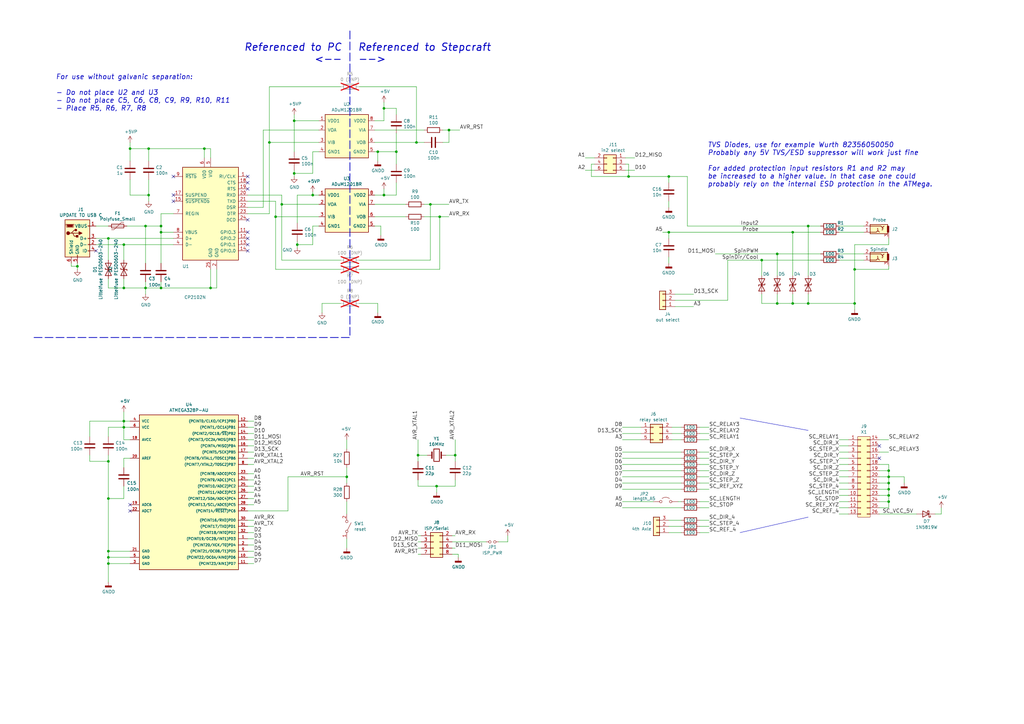
<source format=kicad_sch>
(kicad_sch (version 20231120) (generator "eeschema") (generator_version "8.0")
  (paper "A3")
  (title_block (title "Stepcraft GRBL controller") (date "2024-11-19") (rev "3"))
  (junction (at 364.49 205.74))
  (junction (at 50.8 175.26))
  (junction (at 274.32 72.39))
  (junction (at 364.49 195.58))
  (junction (at 157.48 44.45))
  (junction (at 113.03 88.9))
  (junction (at 154.94 62.23))
  (junction (at 59.69 118.11))
  (junction (at 364.49 203.2))
  (junction (at 120.65 71.12))
  (junction (at 31.75 109.22))
  (junction (at 44.45 97.79))
  (junction (at 325.12 124.46))
  (junction (at 115.57 83.82))
  (junction (at 128.27 80.01))
  (junction (at 66.04 118.11))
  (junction (at 44.45 231.14))
  (junction (at 86.36 118.11))
  (junction (at 350.52 110.49))
  (junction (at 44.45 204.47))
  (junction (at 50.8 172.72))
  (junction (at 274.32 95.25))
  (junction (at 53.34 60.96))
  (junction (at 312.42 106.68))
  (junction (at 176.53 83.82))
  (junction (at 110.49 58.42))
  (junction (at 50.8 100.33))
  (junction (at 318.77 104.14))
  (junction (at 325.12 95.25))
  (junction (at 170.815 58.42))
  (junction (at 331.47 92.71))
  (junction (at 162.56 62.23))
  (junction (at 180.34 88.9))
  (junction (at 120.65 49.53))
  (junction (at 257.81 72.39))
  (junction (at 364.49 198.12))
  (junction (at 66.04 92.71))
  (junction (at 318.77 124.46))
  (junction (at 186.69 186.69))
  (junction (at 184.15 53.34))
  (junction (at 50.8 118.11))
  (junction (at 350.52 124.46))
  (junction (at 331.47 124.46))
  (junction (at 44.45 228.6))
  (junction (at 157.48 80.01))
  (junction (at 66.04 95.25))
  (junction (at 59.69 92.71))
  (junction (at 60.96 60.96))
  (junction (at 171.45 186.69))
  (junction (at 60.96 80.01))
  (junction (at 83.82 60.96))
  (junction (at 364.49 200.66))
  (junction (at 44.45 189.23))
  (junction (at 121.92 100.33))
  (junction (at 364.49 193.04))
  (junction (at 142.24 195.58))
  (junction (at 44.45 226.06))
  (junction (at 179.07 199.39))
  (no_connect (at 39.37 102.87))
  (no_connect (at 71.12 72.39))
  (no_connect (at 101.6 102.87))
  (no_connect (at 53.34 207.01))
  (no_connect (at 101.6 77.47))
  (no_connect (at 360.68 187.96))
  (no_connect (at 101.6 97.79))
  (no_connect (at 101.6 74.93))
  (no_connect (at 101.6 72.39))
  (no_connect (at 53.34 209.55))
  (no_connect (at 71.12 80.01))
  (no_connect (at 101.6 90.17))
  (no_connect (at 71.12 82.55))
  (no_connect (at 101.6 100.33))
  (no_connect (at 101.6 95.25))
  (no_connect (at 360.68 182.88))
  (wire (pts (xy 185.42 227.33) (xy 187.96 227.33)))
  (wire (pts (xy 281.94 72.39) (xy 274.32 72.39)))
  (wire (pts (xy 50.8 100.33) (xy 71.12 100.33)))
  (wire (pts (xy 171.45 186.69) (xy 175.26 186.69)))
  (wire (pts (xy 44.45 106.68) (xy 44.45 97.79)))
  (wire (pts (xy 180.34 110.49) (xy 180.34 88.9)))
  (wire (pts (xy 364.49 195.58) (xy 364.49 198.12)))
  (wire (pts (xy 274.32 72.39) (xy 257.81 72.39)))
  (wire (pts (xy 274.32 107.95) (xy 274.32 105.41)))
  (wire (pts (xy 113.03 110.49) (xy 139.7 110.49)))
  (wire (pts (xy 275.59 180.34) (xy 279.4 180.34)))
  (wire (pts (xy 39.37 97.79) (xy 44.45 97.79)))
  (wire (pts (xy 243.84 64.77) (xy 240.03 64.77)))
  (wire (pts (xy 157.48 44.45) (xy 162.56 44.45)))
  (wire (pts (xy 364.49 193.04) (xy 364.49 195.58)))
  (wire (pts (xy 364.49 203.2) (xy 360.68 203.2)))
  (wire (pts (xy 86.36 118.11) (xy 88.9 118.11)))
  (wire (pts (xy 44.45 97.79) (xy 71.12 97.79)))
  (wire (pts (xy 115.57 80.01) (xy 115.57 83.82)))
  (wire (pts (xy 256.54 67.31) (xy 257.81 67.31)))
  (wire (pts (xy 154.94 66.04) (xy 154.94 62.23)))
  (wire (pts (xy 350.52 124.46) (xy 331.47 124.46)))
  (wire (pts (xy 255.27 195.58) (xy 279.4 195.58)))
  (wire (pts (xy 121.92 100.33) (xy 121.92 101.6)))
  (wire (pts (xy 364.49 195.58) (xy 370.84 195.58)))
  (wire (pts (xy 279.4 187.96) (xy 255.27 187.96)))
  (wire (pts (xy 60.96 73.66) (xy 60.96 80.01)))
  (wire (pts (xy 318.77 124.46) (xy 318.77 120.65)))
  (wire (pts (xy 113.03 88.9) (xy 113.03 110.49)))
  (wire (pts (xy 154.94 124.46) (xy 154.94 128.27)))
  (wire (pts (xy 142.24 184.15) (xy 142.24 180.34)))
  (wire (pts (xy 59.69 107.95) (xy 59.69 92.71)))
  (wire (pts (xy 53.34 58.42) (xy 53.34 60.96)))
  (wire (pts (xy 44.45 114.3) (xy 44.45 118.11)))
  (wire (pts (xy 157.48 80.01) (xy 157.48 77.47)))
  (wire (pts (xy 83.82 60.96) (xy 86.36 60.96)))
  (wire (pts (xy 170.815 35.56) (xy 147.32 35.56)))
  (wire (pts (xy 255.27 180.34) (xy 262.89 180.34)))
  (wire (pts (xy 344.17 198.12) (xy 347.98 198.12)))
  (wire (pts (xy 312.42 113.03) (xy 312.42 106.68)))
  (wire (pts (xy 104.14 175.26) (xy 101.6 175.26)))
  (wire (pts (xy 157.48 44.45) (xy 157.48 49.53)))
  (wire (pts (xy 121.92 80.01) (xy 128.27 80.01)))
  (wire (pts (xy 44.45 228.6) (xy 44.45 231.14)))
  (wire (pts (xy 350.52 110.49) (xy 350.52 124.46)))
  (wire (pts (xy 104.14 196.85) (xy 101.6 196.85)))
  (wire (pts (xy 86.36 110.49) (xy 86.36 118.11)))
  (wire (pts (xy 44.45 175.26) (xy 50.8 175.26)))
  (wire (pts (xy 370.84 195.58) (xy 370.84 198.12)))
  (wire (pts (xy 39.37 100.33) (xy 50.8 100.33)))
  (polyline (pts (xy 13.97 138.43) (xy 143.51 138.43)) (stroke (width 0.3) (type dash)))
  (wire (pts (xy 44.45 231.14) (xy 53.34 231.14)))
  (wire (pts (xy 162.56 54.61) (xy 162.56 62.23)))
  (wire (pts (xy 59.69 92.71) (xy 66.04 92.71)))
  (wire (pts (xy 113.03 82.55) (xy 113.03 88.9)))
  (wire (pts (xy 298.45 123.19) (xy 276.86 123.19)))
  (wire (pts (xy 279.4 198.12) (xy 255.27 198.12)))
  (wire (pts (xy 44.45 204.47) (xy 44.45 226.06)))
  (wire (pts (xy 312.42 124.46) (xy 312.42 120.65)))
  (wire (pts (xy 130.81 83.82) (xy 115.57 83.82)))
  (wire (pts (xy 171.45 196.85) (xy 171.45 199.39)))
  (wire (pts (xy 383.54 210.82) (xy 386.08 210.82)))
  (wire (pts (xy 153.67 62.23) (xy 154.94 62.23)))
  (wire (pts (xy 186.69 186.69) (xy 186.69 189.23)))
  (wire (pts (xy 104.14 194.31) (xy 101.6 194.31)))
  (wire (pts (xy 364.49 205.74) (xy 364.49 208.28)))
  (wire (pts (xy 104.14 201.93) (xy 101.6 201.93)))
  (wire (pts (xy 71.12 95.25) (xy 66.04 95.25)))
  (wire (pts (xy 36.83 172.72) (xy 50.8 172.72)))
  (wire (pts (xy 104.14 185.42) (xy 101.6 185.42)))
  (wire (pts (xy 104.14 187.96) (xy 101.6 187.96)))
  (wire (pts (xy 157.48 80.01) (xy 162.56 80.01)))
  (wire (pts (xy 153.67 58.42) (xy 170.815 58.42)))
  (wire (pts (xy 104.14 199.39) (xy 101.6 199.39)))
  (wire (pts (xy 113.03 88.9) (xy 130.81 88.9)))
  (wire (pts (xy 104.14 180.34) (xy 101.6 180.34)))
  (wire (pts (xy 360.68 195.58) (xy 364.49 195.58)))
  (wire (pts (xy 29.21 109.22) (xy 31.75 109.22)))
  (wire (pts (xy 153.67 88.9) (xy 166.37 88.9)))
  (wire (pts (xy 132.08 128.27) (xy 132.08 124.46)))
  (wire (pts (xy 128.27 100.33) (xy 121.92 100.33)))
  (wire (pts (xy 104.14 213.36) (xy 101.6 213.36)))
  (wire (pts (xy 60.96 60.96) (xy 83.82 60.96)))
  (wire (pts (xy 120.65 71.12) (xy 120.65 72.39)))
  (wire (pts (xy 290.83 187.96) (xy 287.02 187.96)))
  (wire (pts (xy 157.48 41.91) (xy 157.48 44.45)))
  (wire (pts (xy 354.33 104.14) (xy 344.17 104.14)))
  (wire (pts (xy 104.14 231.14) (xy 101.6 231.14)))
  (wire (pts (xy 255.27 190.5) (xy 279.4 190.5)))
  (wire (pts (xy 142.24 205.74) (xy 142.24 210.82)))
  (wire (pts (xy 104.14 190.5) (xy 101.6 190.5)))
  (wire (pts (xy 176.53 83.82) (xy 184.15 83.82)))
  (wire (pts (xy 50.8 191.77) (xy 50.8 187.96)))
  (wire (pts (xy 115.57 83.82) (xy 115.57 106.68)))
  (wire (pts (xy 364.49 200.66) (xy 360.68 200.66)))
  (wire (pts (xy 290.83 175.26) (xy 287.02 175.26)))
  (wire (pts (xy 281.94 92.71) (xy 281.94 72.39)))
  (wire (pts (xy 331.47 113.03) (xy 331.47 92.71)))
  (wire (pts (xy 276.86 120.65) (xy 284.48 120.65)))
  (wire (pts (xy 44.45 118.11) (xy 50.8 118.11)))
  (wire (pts (xy 364.49 190.5) (xy 364.49 193.04)))
  (wire (pts (xy 364.49 190.5) (xy 360.68 190.5)))
  (wire (pts (xy 331.47 120.65) (xy 331.47 124.46)))
  (wire (pts (xy 101.6 82.55) (xy 113.03 82.55)))
  (wire (pts (xy 120.65 46.99) (xy 120.65 49.53)))
  (wire (pts (xy 128.27 80.01) (xy 128.27 78.74)))
  (wire (pts (xy 354.33 92.71) (xy 344.17 92.71)))
  (wire (pts (xy 279.4 208.28) (xy 255.27 208.28)))
  (wire (pts (xy 88.9 118.11) (xy 88.9 110.49)))
  (wire (pts (xy 120.65 49.53) (xy 130.81 49.53)))
  (wire (pts (xy 115.57 80.01) (xy 101.6 80.01)))
  (wire (pts (xy 104.14 207.01) (xy 101.6 207.01)))
  (wire (pts (xy 153.67 83.82) (xy 166.37 83.82)))
  (wire (pts (xy 50.8 187.96) (xy 53.34 187.96)))
  (wire (pts (xy 107.95 85.09) (xy 107.95 53.34)))
  (wire (pts (xy 50.8 114.3) (xy 50.8 118.11)))
  (wire (pts (xy 336.55 95.25) (xy 325.12 95.25)))
  (wire (pts (xy 290.83 208.28) (xy 287.02 208.28)))
  (wire (pts (xy 157.48 49.53) (xy 153.67 49.53)))
  (wire (pts (xy 279.4 215.9) (xy 274.32 215.9)))
  (wire (pts (xy 31.75 107.95) (xy 31.75 109.22)))
  (wire (pts (xy 121.92 99.06) (xy 121.92 100.33)))
  (wire (pts (xy 187.96 227.33) (xy 187.96 228.6)))
  (wire (pts (xy 274.32 95.25) (xy 274.32 97.79)))
  (wire (pts (xy 104.14 172.72) (xy 101.6 172.72)))
  (wire (pts (xy 110.49 58.42) (xy 130.81 58.42)))
  (wire (pts (xy 275.59 177.8) (xy 279.4 177.8)))
  (wire (pts (xy 336.55 106.68) (xy 312.42 106.68)))
  (wire (pts (xy 66.04 95.25) (xy 66.04 107.95)))
  (wire (pts (xy 364.49 203.2) (xy 364.49 205.74)))
  (wire (pts (xy 132.08 124.46) (xy 139.7 124.46)))
  (wire (pts (xy 204.47 222.25) (xy 208.28 222.25)))
  (wire (pts (xy 350.52 110.49) (xy 364.49 110.49)))
  (wire (pts (xy 44.45 231.14) (xy 44.45 238.76)))
  (wire (pts (xy 243.84 67.31) (xy 242.57 67.31)))
  (wire (pts (xy 354.33 106.68) (xy 344.17 106.68)))
  (wire (pts (xy 60.96 66.04) (xy 60.96 60.96)))
  (wire (pts (xy 162.56 46.99) (xy 162.56 44.45)))
  (wire (pts (xy 66.04 118.11) (xy 86.36 118.11)))
  (polyline (pts (xy 303.53 218.44) (xy 331.47 212.09)))
  (wire (pts (xy 344.17 200.66) (xy 347.98 200.66)))
  (wire (pts (xy 208.28 222.25) (xy 208.28 219.71)))
  (wire (pts (xy 104.14 204.47) (xy 101.6 204.47)))
  (wire (pts (xy 60.96 80.01) (xy 60.96 82.55)))
  (wire (pts (xy 104.14 226.06) (xy 101.6 226.06)))
  (wire (pts (xy 298.45 106.68) (xy 298.45 123.19)))
  (wire (pts (xy 50.8 175.26) (xy 53.34 175.26)))
  (wire (pts (xy 110.49 58.42) (xy 110.49 87.63)))
  (wire (pts (xy 290.83 198.12) (xy 287.02 198.12)))
  (wire (pts (xy 59.69 115.57) (xy 59.69 118.11)))
  (wire (pts (xy 156.21 96.52) (xy 156.21 92.71)))
  (wire (pts (xy 176.53 106.68) (xy 176.53 83.82)))
  (wire (pts (xy 128.27 92.71) (xy 130.81 92.71)))
  (wire (pts (xy 243.84 69.85) (xy 240.03 69.85)))
  (wire (pts (xy 344.17 190.5) (xy 347.98 190.5)))
  (wire (pts (xy 120.65 49.53) (xy 120.65 62.23)))
  (wire (pts (xy 184.15 53.34) (xy 184.15 58.42)))
  (wire (pts (xy 147.32 124.46) (xy 154.94 124.46)))
  (wire (pts (xy 290.83 215.9) (xy 287.02 215.9)))
  (wire (pts (xy 318.77 104.14) (xy 293.37 104.14)))
  (wire (pts (xy 242.57 72.39) (xy 242.57 67.31)))
  (wire (pts (xy 290.83 213.36) (xy 287.02 213.36)))
  (wire (pts (xy 104.14 228.6) (xy 101.6 228.6)))
  (wire (pts (xy 171.45 199.39) (xy 179.07 199.39)))
  (wire (pts (xy 274.32 85.09) (xy 274.32 82.55)))
  (wire (pts (xy 120.65 69.85) (xy 120.65 71.12)))
  (wire (pts (xy 104.14 215.9) (xy 101.6 215.9)))
  (wire (pts (xy 153.67 53.34) (xy 173.99 53.34)))
  (wire (pts (xy 290.83 180.34) (xy 287.02 180.34)))
  (wire (pts (xy 179.07 199.39) (xy 186.69 199.39)))
  (polyline (pts (xy 303.53 171.45) (xy 331.47 176.53)))
  (wire (pts (xy 344.17 193.04) (xy 347.98 193.04)))
  (wire (pts (xy 255.27 177.8) (xy 262.89 177.8)))
  (wire (pts (xy 336.55 104.14) (xy 318.77 104.14)))
  (wire (pts (xy 44.45 186.69) (xy 44.45 189.23)))
  (wire (pts (xy 83.82 64.77) (xy 83.82 60.96)))
  (wire (pts (xy 156.21 92.71) (xy 153.67 92.71)))
  (wire (pts (xy 290.83 190.5) (xy 287.02 190.5)))
  (wire (pts (xy 71.12 87.63) (xy 66.04 87.63)))
  (wire (pts (xy 162.56 62.23) (xy 162.56 67.31)))
  (wire (pts (xy 312.42 106.68) (xy 298.45 106.68)))
  (wire (pts (xy 66.04 118.11) (xy 66.04 115.57)))
  (wire (pts (xy 290.83 195.58) (xy 287.02 195.58)))
  (wire (pts (xy 274.32 95.25) (xy 271.78 95.25)))
  (wire (pts (xy 53.34 60.96) (xy 53.34 66.04)))
  (wire (pts (xy 325.12 113.03) (xy 325.12 95.25)))
  (wire (pts (xy 44.45 226.06) (xy 44.45 228.6)))
  (wire (pts (xy 186.69 199.39) (xy 186.69 196.85)))
  (wire (pts (xy 284.48 125.73) (xy 276.86 125.73)))
  (wire (pts (xy 344.17 95.25) (xy 354.33 95.25)))
  (wire (pts (xy 128.27 71.12) (xy 128.27 62.23)))
  (wire (pts (xy 59.69 118.11) (xy 59.69 120.65)))
  (wire (pts (xy 256.54 64.77) (xy 260.35 64.77)))
  (wire (pts (xy 344.17 205.74) (xy 347.98 205.74)))
  (wire (pts (xy 171.45 224.79) (xy 172.72 224.79)))
  (wire (pts (xy 180.34 88.9) (xy 184.15 88.9)))
  (wire (pts (xy 66.04 87.63) (xy 66.04 92.71)))
  (wire (pts (xy 36.83 189.23) (xy 44.45 189.23)))
  (wire (pts (xy 128.27 92.71) (xy 128.27 100.33)))
  (wire (pts (xy 274.32 218.44) (xy 279.4 218.44)))
  (wire (pts (xy 44.45 175.26) (xy 44.45 179.07)))
  (wire (pts (xy 278.13 205.74) (xy 279.4 205.74)))
  (wire (pts (xy 110.49 35.56) (xy 110.49 58.42)))
  (wire (pts (xy 44.45 228.6) (xy 53.34 228.6)))
  (wire (pts (xy 364.49 110.49) (xy 364.49 109.22)))
  (wire (pts (xy 182.88 186.69) (xy 186.69 186.69)))
  (wire (pts (xy 350.52 124.46) (xy 350.52 127)))
  (wire (pts (xy 104.14 223.52) (xy 101.6 223.52)))
  (wire (pts (xy 350.52 100.33) (xy 350.52 110.49)))
  (polyline (pts (xy 143.51 12.7) (xy 143.51 138.43)) (stroke (width 0.3) (type dash)))
  (wire (pts (xy 44.45 204.47) (xy 50.8 204.47)))
  (wire (pts (xy 331.47 124.46) (xy 325.12 124.46)))
  (wire (pts (xy 50.8 168.91) (xy 50.8 172.72)))
  (wire (pts (xy 170.815 58.42) (xy 170.815 35.56)))
  (wire (pts (xy 104.14 182.88) (xy 101.6 182.88)))
  (wire (pts (xy 257.81 72.39) (xy 242.57 72.39)))
  (wire (pts (xy 344.17 185.42) (xy 347.98 185.42)))
  (wire (pts (xy 142.24 220.98) (xy 142.24 224.79)))
  (wire (pts (xy 50.8 172.72) (xy 53.34 172.72)))
  (wire (pts (xy 364.49 180.34) (xy 360.68 180.34)))
  (wire (pts (xy 185.42 219.71) (xy 186.69 219.71)))
  (wire (pts (xy 318.77 113.03) (xy 318.77 104.14)))
  (wire (pts (xy 290.83 193.04) (xy 287.02 193.04)))
  (wire (pts (xy 50.8 172.72) (xy 50.8 175.26)))
  (wire (pts (xy 36.83 172.72) (xy 36.83 179.07)))
  (wire (pts (xy 86.36 60.96) (xy 86.36 64.77)))
  (wire (pts (xy 318.77 124.46) (xy 312.42 124.46)))
  (wire (pts (xy 364.49 185.42) (xy 360.68 185.42)))
  (wire (pts (xy 173.99 88.9) (xy 180.34 88.9)))
  (wire (pts (xy 325.12 124.46) (xy 318.77 124.46)))
  (wire (pts (xy 290.83 177.8) (xy 287.02 177.8)))
  (wire (pts (xy 50.8 106.68) (xy 50.8 100.33)))
  (wire (pts (xy 162.56 80.01) (xy 162.56 74.93)))
  (wire (pts (xy 104.14 218.44) (xy 101.6 218.44)))
  (wire (pts (xy 171.45 222.25) (xy 172.72 222.25)))
  (wire (pts (xy 66.04 92.71) (xy 66.04 95.25)))
  (wire (pts (xy 50.8 118.11) (xy 59.69 118.11)))
  (wire (pts (xy 344.17 203.2) (xy 347.98 203.2)))
  (wire (pts (xy 290.83 205.74) (xy 287.02 205.74)))
  (wire (pts (xy 344.17 208.28) (xy 347.98 208.28)))
  (wire (pts (xy 107.95 53.34) (xy 130.81 53.34)))
  (wire (pts (xy 186.69 180.34) (xy 186.69 186.69)))
  (wire (pts (xy 120.65 71.12) (xy 128.27 71.12)))
  (wire (pts (xy 364.49 100.33) (xy 350.52 100.33)))
  (wire (pts (xy 364.49 205.74) (xy 360.68 205.74)))
  (wire (pts (xy 110.49 87.63) (xy 101.6 87.63)))
  (wire (pts (xy 386.08 210.82) (xy 386.08 208.28)))
  (wire (pts (xy 53.34 80.01) (xy 53.34 73.66)))
  (wire (pts (xy 344.17 182.88) (xy 347.98 182.88)))
  (wire (pts (xy 255.27 185.42) (xy 279.4 185.42)))
  (wire (pts (xy 364.49 198.12) (xy 360.68 198.12)))
  (wire (pts (xy 59.69 118.11) (xy 66.04 118.11)))
  (wire (pts (xy 364.49 198.12) (xy 364.49 200.66)))
  (wire (pts (xy 171.45 180.34) (xy 171.45 186.69)))
  (wire (pts (xy 171.45 219.71) (xy 172.72 219.71)))
  (wire (pts (xy 170.815 58.42) (xy 173.99 58.42)))
  (wire (pts (xy 336.55 92.71) (xy 331.47 92.71)))
  (wire (pts (xy 52.07 92.71) (xy 59.69 92.71)))
  (wire (pts (xy 186.69 224.79) (xy 185.42 224.79)))
  (wire (pts (xy 36.83 186.69) (xy 36.83 189.23)))
  (wire (pts (xy 184.15 58.42) (xy 181.61 58.42)))
  (wire (pts (xy 360.68 193.04) (xy 364.49 193.04)))
  (wire (pts (xy 185.42 222.25) (xy 199.39 222.25)))
  (wire (pts (xy 50.8 180.34) (xy 53.34 180.34)))
  (wire (pts (xy 290.83 185.42) (xy 287.02 185.42)))
  (wire (pts (xy 101.6 209.55) (xy 118.11 209.55)))
  (wire (pts (xy 142.24 191.77) (xy 142.24 195.58)))
  (wire (pts (xy 364.49 208.28) (xy 360.68 208.28)))
  (wire (pts (xy 104.14 220.98) (xy 101.6 220.98)))
  (wire (pts (xy 142.24 195.58) (xy 142.24 198.12)))
  (wire (pts (xy 115.57 106.68) (xy 139.7 106.68)))
  (wire (pts (xy 255.27 175.26) (xy 262.89 175.26)))
  (wire (pts (xy 255.27 205.74) (xy 267.97 205.74)))
  (wire (pts (xy 279.4 200.66) (xy 255.27 200.66)))
  (wire (pts (xy 101.6 85.09) (xy 107.95 85.09)))
  (wire (pts (xy 154.94 62.23) (xy 162.56 62.23)))
  (wire (pts (xy 60.96 80.01) (xy 53.34 80.01)))
  (wire (pts (xy 274.32 74.93) (xy 274.32 72.39)))
  (wire (pts (xy 344.17 180.34) (xy 347.98 180.34)))
  (wire (pts (xy 344.17 187.96) (xy 347.98 187.96)))
  (wire (pts (xy 360.68 210.82) (xy 375.92 210.82)))
  (wire (pts (xy 290.83 218.44) (xy 287.02 218.44)))
  (wire (pts (xy 44.45 226.06) (xy 53.34 226.06)))
  (wire (pts (xy 118.11 195.58) (xy 142.24 195.58)))
  (wire (pts (xy 31.75 109.22) (xy 31.75 110.49)))
  (wire (pts (xy 279.4 193.04) (xy 255.27 193.04)))
  (wire (pts (xy 104.14 177.8) (xy 101.6 177.8)))
  (wire (pts (xy 364.49 200.66) (xy 364.49 203.2)))
  (wire (pts (xy 50.8 204.47) (xy 50.8 199.39)))
  (wire (pts (xy 39.37 92.71) (xy 44.45 92.71)))
  (wire (pts (xy 153.67 80.01) (xy 157.48 80.01)))
  (wire (pts (xy 344.17 210.82) (xy 347.98 210.82)))
  (wire (pts (xy 325.12 95.25) (xy 274.32 95.25)))
  (wire (pts (xy 256.54 69.85) (xy 260.35 69.85)))
  (wire (pts (xy 364.49 97.79) (xy 364.49 100.33)))
  (wire (pts (xy 50.8 175.26) (xy 50.8 180.34)))
  (wire (pts (xy 173.99 83.82) (xy 176.53 83.82)))
  (wire (pts (xy 29.21 107.95) (xy 29.21 109.22)))
  (wire (pts (xy 179.07 199.39) (xy 179.07 201.93)))
  (wire (pts (xy 118.11 209.55) (xy 118.11 195.58)))
  (wire (pts (xy 171.45 186.69) (xy 171.45 189.23)))
  (wire (pts (xy 180.34 110.49) (xy 147.32 110.49)))
  (wire (pts (xy 331.47 92.71) (xy 281.94 92.71)))
  (wire (pts (xy 121.92 80.01) (xy 121.92 91.44)))
  (wire (pts (xy 128.27 62.23) (xy 130.81 62.23)))
  (wire (pts (xy 147.32 106.68) (xy 176.53 106.68)))
  (wire (pts (xy 181.61 53.34) (xy 184.15 53.34)))
  (wire (pts (xy 44.45 189.23) (xy 44.45 204.47)))
  (wire (pts (xy 128.27 80.01) (xy 130.81 80.01)))
  (wire (pts (xy 184.15 53.34) (xy 188.595 53.34)))
  (wire (pts (xy 344.17 195.58) (xy 347.98 195.58)))
  (wire (pts (xy 171.45 227.33) (xy 172.72 227.33)))
  (wire (pts (xy 275.59 175.26) (xy 279.4 175.26)))
  (wire (pts (xy 325.12 124.46) (xy 325.12 120.65)))
  (wire (pts (xy 257.81 67.31) (xy 257.81 72.39)))
  (wire (pts (xy 290.83 200.66) (xy 287.02 200.66)))
  (wire (pts (xy 274.32 213.36) (xy 279.4 213.36)))
  (wire (pts (xy 139.7 35.56) (xy 110.49 35.56)))
  (wire (pts (xy 53.34 60.96) (xy 60.96 60.96)))
  (text "TVS Diodes, use for example Wurth 82356050050 \nProbably any 5V TVS/ESD suppressor will work just fine\n\nFor added protection input resistors R1 and R2 may\nbe increased to a higher value. In that case one could\nprobably rely on the internal ESD protection in the ATMega." (at 290.195 76.835 0) (effects (font (size 2 2) (thickness 0.25) (italic yes)) (justify left bottom)))
  (text "Referenced to Stepcraft\n-->" (at 146.685 17.78 0) (effects (font (size 3 3) (thickness 0.375) (italic yes)) (justify left top)))
  (text "Referenced to PC\n<--" (at 140.335 17.78 0) (effects (font (size 3 3) (thickness 0.375) (italic yes)) (justify right top)))
  (text "For use without galvanic separation:\n\n- Do not place U2 and U3 \n- Do not place C5, C6, C8, C9, R9, R10, R11\n- Place R5, R6, R7, R8 " (at 22.86 45.72 0) (effects (font (size 2 2) (thickness 0.25) (italic yes)) (justify left bottom)))
  (label "A5" (at 255.27 205.74 180) (effects (font (size 1.524 1.524))))
  (label "SC_REF_XYZ" (at 344.17 208.28 180) (effects (font (size 1.524 1.524))))
  (label "A3" (at 104.14 201.93 0) (effects (font (size 1.524 1.524))))
  (label "SC_STEP_Y" (at 344.17 190.5 180) (effects (font (size 1.524 1.524))))
  (label "SC_DIR_Y" (at 290.83 190.5 0) (effects (font (size 1.524 1.524))))
  (label "D12_MISO" (at 260.35 64.77 0) (effects (font (size 1.524 1.524))))
  (label "SC_STEP_4" (at 290.83 215.9 0) (effects (font (size 1.524 1.524))))
  (label "SC_STEP_Y" (at 290.83 193.04 0) (effects (font (size 1.524 1.524))))
  (label "D3" (at 104.14 220.98 0) (effects (font (size 1.524 1.524))))
  (label "D9" (at 255.27 200.66 180) (effects (font (size 1.524 1.524))))
  (label "SC_RELAY1" (at 344.17 180.34 180) (effects (font (size 1.524 1.524))))
  (label "SC_DIR_Y" (at 344.17 187.96 180) (effects (font (size 1.524 1.524))))
  (label "AVR_RST" (at 123.19 195.58 0) (effects (font (size 1.524 1.524))))
  (label "SC_LENGTH" (at 344.17 203.2 180) (effects (font (size 1.524 1.524))))
  (label "SpinPWM" (at 311.15 104.14 180) (effects (font (size 1.524 1.524))))
  (label "AVR_XTAL2" (at 186.69 180.34 90) (effects (font (size 1.524 1.524))))
  (label "A0" (at 104.14 194.31 0) (effects (font (size 1.524 1.524))))
  (label "SC_DIR_4" (at 290.83 213.36 0) (effects (font (size 1.524 1.524))))
  (label "D6" (at 104.14 228.6 0) (effects (font (size 1.524 1.524))))
  (label "D13_SCK" (at 171.45 224.79 180) (effects (font (size 1.524 1.524))))
  (label "AVR_XTAL1" (at 104.14 187.96 0) (effects (font (size 1.524 1.524))))
  (label "SpinDir/Cool" (at 311.15 106.68 180) (effects (font (size 1.524 1.524))))
  (label "SC_STEP_Z" (at 344.17 195.58 180) (effects (font (size 1.524 1.524))))
  (label "D11_MOSI" (at 104.14 180.34 0) (effects (font (size 1.524 1.524))))
  (label "D13_SCK" (at 104.14 185.42 0) (effects (font (size 1.524 1.524))))
  (label "D12_MISO" (at 104.14 182.88 0) (effects (font (size 1.524 1.524))))
  (label "A2" (at 104.14 199.39 0) (effects (font (size 1.524 1.524))))
  (label "SC_RELAY2" (at 290.83 177.8 0) (effects (font (size 1.524 1.524))))
  (label "SC_STEP_X" (at 344.17 185.42 180) (effects (font (size 1.524 1.524))))
  (label "D13_SCK" (at 284.48 120.65 0) (effects (font (size 1.524 1.524))))
  (label "AVR_TX" (at 184.15 83.82 0) (effects (font (size 1.524 1.524))))
  (label "D8" (at 104.14 172.72 0) (effects (font (size 1.524 1.524))))
  (label "D11_MOSI" (at 186.69 224.79 0) (effects (font (size 1.524 1.524))))
  (label "SC_STEP_X" (at 290.83 187.96 0) (effects (font (size 1.524 1.524))))
  (label "SC_LENGTH" (at 290.83 205.74 0) (effects (font (size 1.524 1.524))))
  (label "AVR_TX" (at 104.14 215.9 0) (effects (font (size 1.524 1.524))))
  (label "SC_STEP_4" (at 344.17 200.66 180) (effects (font (size 1.524 1.524))))
  (label "SC_RELAY2" (at 364.49 180.34 0) (effects (font (size 1.524 1.524))))
  (label "D8" (at 255.27 175.26 180) (effects (font (size 1.524 1.524))))
  (label "SC_DIR_X" (at 290.83 185.42 0) (effects (font (size 1.524 1.524))))
  (label "SC_VCC_5V" (at 361.95 210.82 0) (effects (font (size 1.524 1.524))))
  (label "AVR_RX" (at 184.15 88.9 0) (effects (font (size 1.524 1.524))))
  (label "D2" (at 255.27 187.96 180) (effects (font (size 1.524 1.524))))
  (label "D6" (at 255.27 190.5 180) (effects (font (size 1.524 1.524))))
  (label "A3" (at 255.27 180.34 180) (effects (font (size 1.524 1.524))))
  (label "AVR_XTAL1" (at 171.45 180.34 90) (effects (font (size 1.524 1.524))))
  (label "D12_MISO" (at 171.45 222.25 180) (effects (font (size 1.524 1.524))))
  (label "A4" (at 104.14 204.47 0) (effects (font (size 1.524 1.524))))
  (label "SC_DIR_Z" (at 344.17 193.04 180) (effects (font (size 1.524 1.524))))
  (label "D9" (at 104.14 175.26 0) (effects (font (size 1.524 1.524))))
  (label "SC_RELAY3" (at 290.83 175.26 0) (effects (font (size 1.524 1.524))))
  (label "AVR_RX" (at 104.14 213.36 0) (effects (font (size 1.524 1.524))))
  (label "SC_STOP" (at 344.17 205.74 180) (effects (font (size 1.524 1.524))))
  (label "SC_STEP_Z" (at 290.83 198.12 0) (effects (font (size 1.524 1.524))))
  (label "SC_REF_XYZ" (at 290.83 200.66 0) (effects (font (size 1.524 1.524))))
  (label "D10" (at 260.35 69.85 0) (effects (font (size 1.524 1.524))))
  (label "AVR_TX" (at 171.45 219.71 180) (effects (font (size 1.524 1.524))))
  (label "Probe" (at 311.15 95.25 180) (effects (font (size 1.524 1.524))))
  (label "AVR_XTAL2" (at 104.14 190.5 0) (effects (font (size 1.524 1.524))))
  (label "A2" (at 240.03 69.85 180) (effects (font (size 1.524 1.524))))
  (label "A3" (at 284.48 125.73 0) (effects (font (size 1.524 1.524))))
  (label "SC_DIR_X" (at 344.17 182.88 180) (effects (font (size 1.524 1.524))))
  (label "D5" (at 255.27 185.42 180) (effects (font (size 1.524 1.524))))
  (label "D7" (at 255.27 195.58 180) (effects (font (size 1.524 1.524))))
  (label "A1" (at 104.14 196.85 0) (effects (font (size 1.524 1.524))))
  (label "D3" (at 255.27 193.04 180) (effects (font (size 1.524 1.524))))
  (label "SC_DIR_4" (at 344.17 198.12 180) (effects (font (size 1.524 1.524))))
  (label "AVR_RX" (at 186.69 219.71 0) (effects (font (size 1.524 1.524))))
  (label "A5" (at 271.78 95.25 180) (effects (font (size 1.524 1.524))))
  (label "A0" (at 255.27 208.28 180) (effects (font (size 1.524 1.524))))
  (label "D4" (at 104.14 223.52 0) (effects (font (size 1.524 1.524))))
  (label "SC_DIR_Z" (at 290.83 195.58 0) (effects (font (size 1.524 1.524))))
  (label "SC_RELAY1" (at 290.83 180.34 0) (effects (font (size 1.524 1.524))))
  (label "SC_RELAY3" (at 364.49 185.42 0) (effects (font (size 1.524 1.524))))
  (label "AVR_RST" (at 188.595 53.34 0) (effects (font (size 1.524 1.524))))
  (label "D4" (at 255.27 198.12 180) (effects (font (size 1.524 1.524))))
  (label "AVR_RST" (at 171.45 227.33 180) (effects (font (size 1.524 1.524))))
  (label "Input2" (at 311.15 92.71 180) (effects (font (size 1.524 1.524))))
  (label "A5" (at 104.14 207.01 0) (effects (font (size 1.524 1.524))))
  (label "D13_SCK" (at 255.27 177.8 180) (effects (font (size 1.524 1.524))))
  (label "D11_MOSI" (at 293.37 104.14 180) (effects (font (size 1.524 1.524))))
  (label "A1" (at 240.03 64.77 180) (effects (font (size 1.524 1.524))))
  (label "D7" (at 104.14 231.14 0) (effects (font (size 1.524 1.524))))
  (label "D5" (at 104.14 226.06 0) (effects (font (size 1.524 1.524))))
  (label "SC_REF_4" (at 344.17 210.82 180) (effects (font (size 1.524 1.524))))
  (label "SC_REF_4" (at 290.83 218.44 0) (effects (font (size 1.524 1.524))))
  (label "SC_STOP" (at 290.83 208.28 0) (effects (font (size 1.524 1.524))))
  (label "D10" (at 104.14 177.8 0) (effects (font (size 1.524 1.524))))
  (label "D2" (at 104.14 218.44 0) (effects (font (size 1.524 1.524))))
  (symbol (lib_id "stepcraft_controller:ADuM1201BR") (at 142.24 86.36 0) (unit 1)
    (property "Reference" "U3" (at 142.24 73.2282 0))
    (property "Value" "ADuM1201BR" (at 142.24 75.5396 0))
    (property "Footprint" "Package_SO:SOIC-8_3.9x4.9mm_P1.27mm" (effects (hide yes)))
    (property "LCSC#" " C579376" (effects (hide yes)))
    (property "Manuf" "Analog" (effects (hide yes)))
    (property "PartNr" "ADUM1201BRZ" (effects (hide yes)))
  )
  (symbol (lib_id "stepcraft_controller:ATMEGA328P-AU") (at 76.2 200.66 0) (unit 1)
    (property "Reference" "U4" (at 77.47 165.9382 0))
    (property "Value" "ATMEGA328P-AU" (at 77.47 168.2496 0))
    (property "Footprint" "Package_QFP:TQFP-32_7x7mm_P0.8mm" (effects (hide yes)))
    (property "LCSC#" " C14877" (effects (hide yes)))
    (property "Manuf" "Microchip" (effects (hide yes)))
    (property "PartNr" "ATMEGA328P-AU" (effects (hide yes)))
  )
  (symbol (lib_id "Device:Polyfuse") (at 48.26 92.71 270) (unit 1)
    (property "Reference" "F1" (at 48.26 87.503 90))
    (property "Value" "Polyfuse_Small" (at 48.26 89.8144 90))
    (property "Footprint" "Fuse:Fuse_1210_3225Metric" (effects (hide yes)))
  )
  (symbol (lib_id "stepcraft_controller:USB_OTG") (at 31.75 97.79 0) (unit 1)
    (property "Reference" "J1" (at 33.147 85.9282 0))
    (property "Value" "UPDATE TO USB C" (at 33.147 88.2396 0))
    (property "Footprint" "iotta_footprints:USB_Micro-B_2_Holes" (effects (hide yes)))
  )
  (symbol (lib_id "iotta_wsn_rev2:Stepcraft_X1") (at 354.33 195.58 0) (unit 1)
    (property "Reference" "J9" (at 354.33 174.879 0))
    (property "Value" "X1" (at 354.33 177.1904 0))
    (property "Footprint" "iotta_footprints:Stepcraft_SC100_Controller_Board" (effects (hide yes)))
    (property "PartNr" "Generic connector 2x13pin 2.54mm" (effects (hide yes)))
  )
  (symbol (lib_id "Connector_Generic:Conn_02x04_Odd_Even") (at 177.8 222.25 0) (unit 1)
    (property "Reference" "J8" (at 179.07 214.2955 0))
    (property "Value" "ISP/Serial" (at 179.07 216.7198 0))
    (property "Footprint" "Connector_PinHeader_2.54mm:PinHeader_2x04_P2.54mm_Horizontal" (effects (hide yes)))
  )
  (symbol (lib_id "stepcraft_controller:GND-power") (at 31.75 110.49 0) (unit 1)
    (property "Reference" "#PWR01" (effects (hide yes)))
    (property "Value" "GND" (at 31.877 114.8842 0))
  )
  (symbol (lib_id "stepcraft_controller:Audio-Jack-3") (at 359.41 106.68 0) (mirror y) (unit 1)
    (property "Reference" "J3" (at 365.76 106.045 0) (effects (justify right)))
    (property "Value" "Spindle" (at 356.87 102.235 0) (effects (justify right)))
    (property "Footprint" "w_conn_av:jack_3.5_pj313d-smt" (effects (hide yes)))
    (property "LCSC#" " C319112" (effects (hide yes)))
    (property "Manuf" "XKB" (effects (hide yes)))
    (property "PartNr" "PJ-3135-B" (effects (hide yes)))
  )
  (symbol (lib_id "stepcraft_controller:Audio-Jack-3") (at 359.41 95.25 0) (mirror y) (unit 1)
    (property "Reference" "J2" (at 367.03 93.98 0))
    (property "Value" "Probe" (at 360.68 90.17 0))
    (property "Footprint" "w_conn_av:jack_3.5_pj313d-smt" (effects (hide yes)))
    (property "LCSC#" " C319112" (effects (hide yes)))
    (property "Manuf" "XKB" (effects (hide yes)))
    (property "PartNr" "PJ-3135-B" (effects (hide yes)))
  )
  (symbol (lib_id "stepcraft_controller:+5V-power") (at 386.08 208.28 0) (unit 1)
    (property "Reference" "#PWR025" (effects (hide yes)))
    (property "Value" "+5V" (at 386.461 203.8858 0))
  )
  (symbol (lib_id "stepcraft_controller:+5V-power") (at 50.8 168.91 0) (unit 1)
    (property "Reference" "#PWR022" (effects (hide yes)))
    (property "Value" "+5V" (at 51.181 164.5158 0))
  )
  (symbol (lib_id "Device:C") (at 44.45 182.88 0) (unit 1)
    (property "Reference" "C14" (at 47.371 181.6678 0) (effects (justify left)))
    (property "Value" "100n" (at 47.371 184.0921 0) (effects (justify left)))
    (property "Footprint" "Capacitor_SMD:C_0805_2012Metric" (effects (hide yes)))
  )
  (symbol (lib_id "Device:C") (at 36.83 182.88 0) (unit 1)
    (property "Reference" "C13" (at 33.9091 181.6678 0) (effects (justify right)))
    (property "Value" "100n" (at 33.9091 184.0921 0) (effects (justify right)))
    (property "Footprint" "Capacitor_SMD:C_0805_2012Metric" (effects (hide yes)))
  )
  (symbol (lib_id "Device:R") (at 143.51 106.68 270) (unit 1) (dnp yes)
    (property "Reference" "R6" (at 143.51 101.4222 90))
    (property "Value" "100 (DNP)" (at 143.51 103.7336 90))
    (property "Footprint" "Resistor_SMD:R_0805_2012Metric" (effects (hide yes)))
  )
  (symbol (lib_id "Device:R") (at 143.51 110.49 270) (unit 1) (dnp yes)
    (property "Reference" "R7" (at 143.51 113.03 90))
    (property "Value" "100 (DNP)" (at 143.51 115.57 90))
    (property "Footprint" "Resistor_SMD:R_0805_2012Metric" (effects (hide yes)))
  )
  (symbol (lib_id "Switch:SW_SPST") (at 142.24 215.9 270) (mirror x) (unit 1)
    (property "Reference" "SW1" (at 145.2372 214.7316 90) (effects (justify left)))
    (property "Value" "reset" (at 145.2372 217.043 90) (effects (justify left)))
    (property "Footprint" "Button_Switch_THT:SW_Tactile_SPST_Angled_PTS645Vx58-2LFS" (effects (hide yes)))
    (property "LCSC#" " C285516" (effects (hide yes)))
    (property "Manuf" "C+K" (effects (hide yes)))
    (property "PartNr" "PTS645VJL612LFS" (effects (hide yes)))
  )
  (symbol (lib_id "Device:R") (at 170.18 83.82 270) (unit 1)
    (property "Reference" "R9" (at 170.18 78.5622 90))
    (property "Value" "100" (at 170.18 80.8736 90))
    (property "Footprint" "Resistor_SMD:R_0805_2012Metric" (effects (hide yes)))
  )
  (symbol (lib_id "Device:R") (at 170.18 88.9 270) (unit 1)
    (property "Reference" "R10" (at 170.18 91.44 90))
    (property "Value" "100" (at 170.18 93.98 90))
    (property "Footprint" "Resistor_SMD:R_0805_2012Metric" (effects (hide yes)))
  )
  (symbol (lib_id "stepcraft_controller:+5V-power") (at 157.48 77.47 0) (unit 1)
    (property "Reference" "#PWR015" (effects (hide yes)))
    (property "Value" "+5V" (at 157.861 73.0758 0))
  )
  (symbol (lib_id "Device:C") (at 60.96 69.85 0) (unit 1)
    (property "Reference" "C2" (at 63.881 68.6816 0) (effects (justify left)))
    (property "Value" "100n" (at 63.881 70.993 0) (effects (justify left)))
    (property "Footprint" "Capacitor_SMD:C_0805_2012Metric" (effects (hide yes)))
  )
  (symbol (lib_id "stepcraft_controller:GND-power") (at 59.69 120.65 0) (unit 1)
    (property "Reference" "#PWR04" (effects (hide yes)))
    (property "Value" "GND" (at 59.817 125.0442 0))
  )
  (symbol (lib_id "Device:C") (at 59.69 111.76 0) (unit 1)
    (property "Reference" "C3" (at 60.96 114.3 0) (effects (justify left)))
    (property "Value" "100n" (at 60.96 116.84 0) (effects (justify left)))
    (property "Footprint" "Capacitor_SMD:C_0805_2012Metric" (effects (hide yes)))
  )
  (symbol (lib_id "Device:C") (at 66.04 111.76 0) (unit 1)
    (property "Reference" "C4" (at 67.31 114.3 0) (effects (justify left)))
    (property "Value" "1u" (at 67.31 116.84 0) (effects (justify left)))
    (property "Footprint" "Capacitor_SMD:C_0805_2012Metric" (effects (hide yes)))
  )
  (symbol (lib_id "Device:Crystal") (at 179.07 186.69 180) (unit 1)
    (property "Reference" "Y1" (at 179.07 179.8828 0))
    (property "Value" "16MHz" (at 179.07 182.1942 0))
    (property "Footprint" "Crystal:Crystal_SMD_HC49-SD" (effects (hide yes)))
    (property "LCSC#" " C12676" (effects (hide yes)))
    (property "Manuf" "YXC" (effects (hide yes)))
    (property "PartNr" "X49SM16MSD2SC" (effects (hide yes)))
  )
  (symbol (lib_id "Device:C") (at 177.8 58.42 270) (unit 1)
    (property "Reference" "C10" (at 177.8 62.484 90))
    (property "Value" "100n" (at 177.8 64.7954 90))
    (property "Footprint" "Capacitor_SMD:C_0805_2012Metric" (effects (hide yes)))
  )
  (symbol (lib_id "Device:C") (at 171.45 193.04 0) (unit 1)
    (property "Reference" "C11" (at 174.371 191.8716 0) (effects (justify left)))
    (property "Value" "22p" (at 174.371 194.183 0) (effects (justify left)))
    (property "Footprint" "Capacitor_SMD:C_0805_2012Metric" (effects (hide yes)))
  )
  (symbol (lib_id "Device:C") (at 186.69 193.04 0) (unit 1)
    (property "Reference" "C12" (at 189.611 191.8716 0) (effects (justify left)))
    (property "Value" "22p" (at 189.611 194.183 0) (effects (justify left)))
    (property "Footprint" "Capacitor_SMD:C_0805_2012Metric" (effects (hide yes)))
  )
  (symbol (lib_id "Device:R") (at 142.24 187.96 0) (mirror x) (unit 1)
    (property "Reference" "R27" (at 140.462 186.7916 0) (effects (justify right)))
    (property "Value" "10k" (at 140.462 189.103 0) (effects (justify right)))
    (property "Footprint" "Resistor_SMD:R_0805_2012Metric" (effects (hide yes)))
  )
  (symbol (lib_id "stepcraft_controller:+5V-power") (at 142.24 180.34 0) (mirror y) (unit 1)
    (property "Reference" "#PWR017" (effects (hide yes)))
    (property "Value" "+5V" (at 141.859 175.9458 0))
  )
  (symbol (lib_id "Device:R") (at 142.24 201.93 0) (mirror y) (unit 1)
    (property "Reference" "R28" (at 140.462 200.7616 0) (effects (justify left)))
    (property "Value" "300" (at 140.462 203.073 0) (effects (justify left)))
    (property "Footprint" "Resistor_SMD:R_0805_2012Metric" (effects (hide yes)))
  )
  (symbol (lib_id "stepcraft_controller:Jumper_NO_Small-Device") (at 201.93 222.25 0) (unit 1)
    (property "Reference" "JP1" (at 201.93 224.3511 0))
    (property "Value" "ISP_PWR" (at 201.93 226.7754 0))
    (property "Footprint" "Connector_PinHeader_2.54mm:PinHeader_1x02_P2.54mm_Vertical" (effects (hide yes)))
  )
  (symbol (lib_id "stepcraft_controller:+5V-power") (at 208.28 219.71 0) (unit 1)
    (property "Reference" "#PWR023" (effects (hide yes)))
    (property "Value" "+5V" (at 208.661 215.3158 0))
  )
  (symbol (lib_id "Device:C") (at 53.34 69.85 0) (unit 1)
    (property "Reference" "C1" (at 50.419 68.6816 0) (effects (justify right)))
    (property "Value" "1u" (at 50.419 70.993 0) (effects (justify right)))
    (property "Footprint" "Capacitor_SMD:C_0805_2012Metric" (effects (hide yes)))
  )
  (symbol (lib_id "stepcraft_controller:ADuM1201BR") (at 142.24 55.88 0) (unit 1)
    (property "Reference" "U2" (at 142.24 42.7482 0))
    (property "Value" "ADuM1201BR" (at 142.24 45.0596 0))
    (property "Footprint" "Package_SO:SOIC-8_3.9x4.9mm_P1.27mm" (effects (hide yes)))
    (property "LCSC#" " C579376" (effects (hide yes)))
    (property "Manuf" "Analog" (effects (hide yes)))
    (property "PartNr" "ADUM1201BRZ" (effects (hide yes)))
  )
  (symbol (lib_id "stepcraft_controller:+5V-power") (at 157.48 41.91 0) (unit 1)
    (property "Reference" "#PWR014" (effects (hide yes)))
    (property "Value" "+5V" (at 157.861 37.5158 0))
  )
  (symbol (lib_id "Device:R") (at 143.51 35.56 270) (unit 1) (dnp yes)
    (property "Reference" "R5" (at 143.51 30.3022 90))
    (property "Value" "0 (DNP)" (at 143.51 32.6136 90))
    (property "Footprint" "Resistor_SMD:R_0805_2012Metric" (effects (hide yes)))
  )
  (symbol (lib_id "Device:C") (at 162.56 50.8 0) (unit 1)
    (property "Reference" "C8" (at 165.481 49.6316 0) (effects (justify left)))
    (property "Value" "100n" (at 165.481 51.943 0) (effects (justify left)))
    (property "Footprint" "Capacitor_SMD:C_0805_2012Metric" (effects (hide yes)))
  )
  (symbol (lib_id "Device:C") (at 162.56 71.12 180) (unit 1)
    (property "Reference" "C9" (at 165.481 69.9516 0) (effects (justify right)))
    (property "Value" "100n" (at 165.481 72.263 0) (effects (justify right)))
    (property "Footprint" "Capacitor_SMD:C_0805_2012Metric" (effects (hide yes)))
  )
  (symbol (lib_id "stepcraft_controller:GNDD-power") (at 44.45 238.76 0) (unit 1)
    (property "Reference" "#PWR020" (effects (hide yes)))
    (property "Value" "GNDD" (at 44.5516 242.697 0))
  )
  (symbol (lib_id "stepcraft_controller:GNDD-power") (at 370.84 198.12 0) (unit 1)
    (property "Reference" "#PWR024" (effects (hide yes)))
    (property "Value" "GNDD" (at 370.9416 202.057 0))
  )
  (symbol (lib_id "stepcraft_controller:GNDD-power") (at 154.94 66.04 0) (unit 1)
    (property "Reference" "#PWR012" (effects (hide yes)))
    (property "Value" "GNDD" (at 155.0416 69.977 0))
  )
  (symbol (lib_id "Device:C") (at 120.65 66.04 0) (unit 1)
    (property "Reference" "C5" (at 123.571 64.8716 0) (effects (justify left)))
    (property "Value" "100n" (at 123.571 67.183 0) (effects (justify left)))
    (property "Footprint" "Capacitor_SMD:C_0805_2012Metric" (effects (hide yes)))
  )
  (symbol (lib_id "Device:C") (at 121.92 95.25 0) (unit 1)
    (property "Reference" "C6" (at 124.841 94.0816 0) (effects (justify left)))
    (property "Value" "100n" (at 124.841 96.393 0) (effects (justify left)))
    (property "Footprint" "Capacitor_SMD:C_0805_2012Metric" (effects (hide yes)))
  )
  (symbol (lib_id "stepcraft_controller:GND-power") (at 121.92 101.6 0) (unit 1)
    (property "Reference" "#PWR06" (effects (hide yes)))
    (property "Value" "GND" (at 119.9388 102.5398 0) (effects (justify right)))
  )
  (symbol (lib_id "stepcraft_controller:GND-power") (at 120.65 72.39 0) (unit 1)
    (property "Reference" "#PWR05" (effects (hide yes)))
    (property "Value" "GND" (at 120.777 76.7842 0))
  )
  (symbol (lib_id "stepcraft_controller:GNDD-power") (at 156.21 96.52 0) (unit 1)
    (property "Reference" "#PWR013" (effects (hide yes)))
    (property "Value" "GNDD" (at 156.3116 100.457 0))
  )
  (symbol (lib_id "stepcraft_controller:GND-power") (at 132.08 128.27 0) (unit 1)
    (property "Reference" "#PWR011" (effects (hide yes)))
    (property "Value" "GND" (at 132.08 132.4031 0))
  )
  (symbol (lib_id "stepcraft_controller:GNDD-power") (at 154.94 128.27 0) (unit 1)
    (property "Reference" "#PWR016" (effects (hide yes)))
    (property "Value" "GNDD" (at 154.94 132.0221 0))
  )
  (symbol (lib_id "Device:R") (at 143.51 124.46 270) (unit 1) (dnp yes)
    (property "Reference" "R8" (at 143.51 119.2995 90))
    (property "Value" "0 (DNP)" (at 143.51 121.7238 90))
    (property "Footprint" "Resistor_SMD:R_0805_2012Metric" (effects (hide yes)))
  )
  (symbol (lib_id "stepcraft_controller:GNDD-power") (at 142.24 224.79 0) (mirror y) (unit 1)
    (property "Reference" "#PWR018" (effects (hide yes)))
    (property "Value" "GNDD" (at 142.1384 228.727 0))
  )
  (symbol (lib_id "Device:R") (at 177.8 53.34 90) (unit 1)
    (property "Reference" "R11" (at 177.8 48.0822 90))
    (property "Value" "100" (at 177.8 50.3936 90))
    (property "Footprint" "Resistor_SMD:R_0805_2012Metric" (effects (hide yes)))
  )
  (symbol (lib_id "stepcraft_controller:GNDD-power") (at 179.07 201.93 0) (unit 1)
    (property "Reference" "#PWR019" (effects (hide yes)))
    (property "Value" "GNDD" (at 179.1716 205.867 0))
  )
  (symbol (lib_id "stepcraft_controller:GNDD-power") (at 187.96 228.6 0) (unit 1)
    (property "Reference" "#PWR021" (effects (hide yes)))
    (property "Value" "GNDD" (at 188.0616 232.537 0))
  )
  (symbol (lib_id "Device:D_TVS") (at 44.45 110.49 90) (unit 1)
    (property "Reference" "D1" (at 38.9636 110.49 0))
    (property "Value" "Littelfuse PESD0603-240" (at 41.275 110.49 0))
    (property "Footprint" "Diode_SMD:D_0603_1608Metric" (effects (hide yes)))
    (property "LCSC#" "C2929617" (effects (hide yes)))
    (property "Manuf" "Littlefuse" (effects (hide yes)))
    (property "PartNr" "PESD0603-240 " (effects (hide yes)))
  )
  (symbol (lib_id "Device:D_TVS") (at 50.8 110.49 90) (unit 1)
    (property "Reference" "D2" (at 45.3136 110.49 0))
    (property "Value" "Littelfuse PESD0603-240" (at 47.625 110.49 0))
    (property "Footprint" "Diode_SMD:D_0603_1608Metric" (effects (hide yes)))
    (property "LCSC#" "C2929617" (effects (hide yes)))
    (property "Manuf" "Littlefuse" (effects (hide yes)))
    (property "PartNr" "PESD0603-240 " (effects (hide yes)))
  )
  (symbol (lib_id "Device:D_TVS") (at 331.47 116.84 90) (mirror x) (unit 1)
    (property "Reference" "D3" (at 334.645 112.395 90) (effects (justify left)))
    (property "Value" "Littelfuse PESD0603-240" (effects (hide yes)))
    (property "Footprint" "Diode_SMD:D_0603_1608Metric" (effects (hide yes)))
    (property "LCSC#" "C2929617" (effects (hide yes)))
    (property "Manuf" "Littlefuse" (effects (hide yes)))
    (property "PartNr" "PESD0603-240 " (effects (hide yes)))
  )
  (symbol (lib_id "Device:D_TVS") (at 325.12 116.84 90) (mirror x) (unit 1)
    (property "Reference" "D4" (at 328.295 112.395 90) (effects (justify left)))
    (property "Value" "Littelfuse PESD0603-240" (effects (hide yes)))
    (property "Footprint" "Diode_SMD:D_0603_1608Metric" (effects (hide yes)))
    (property "LCSC#" "C2929617" (effects (hide yes)))
    (property "Manuf" "Littlefuse" (effects (hide yes)))
    (property "PartNr" "PESD0603-240 " (effects (hide yes)))
  )
  (symbol (lib_id "Device:D_TVS") (at 318.77 116.84 90) (mirror x) (unit 1)
    (property "Reference" "D5" (at 321.945 112.395 90) (effects (justify left)))
    (property "Value" "Littelfuse PESD0603-240" (effects (hide yes)))
    (property "Footprint" "Diode_SMD:D_0603_1608Metric" (effects (hide yes)))
    (property "LCSC#" "C2929617" (effects (hide yes)))
    (property "Manuf" "Littlefuse" (effects (hide yes)))
    (property "PartNr" "PESD0603-240 " (effects (hide yes)))
  )
  (symbol (lib_id "Device:D_TVS") (at 312.42 116.84 90) (mirror x) (unit 1)
    (property "Reference" "D6" (at 315.595 112.395 90) (effects (justify left)))
    (property "Value" "Littelfuse PESD0603-240" (effects (hide yes)))
    (property "Footprint" "Diode_SMD:D_0603_1608Metric" (effects (hide yes)))
    (property "LCSC#" "C2929617" (effects (hide yes)))
    (property "Manuf" "Littlefuse" (effects (hide yes)))
    (property "PartNr" "PESD0603-240 " (effects (hide yes)))
  )
  (symbol (lib_id "stepcraft_controller:GNDD-power") (at 350.52 127 0) (mirror y) (unit 1)
    (property "Reference" "#PWR03" (effects (hide yes)))
    (property "Value" "GNDD" (at 350.4184 130.937 0))
  )
  (symbol (lib_id "Device:R") (at 340.36 92.71 270) (mirror x) (unit 1)
    (property "Reference" "R1" (at 344.805 91.44 90))
    (property "Value" "100" (at 340.36 92.71 90))
    (property "Footprint" "Resistor_SMD:R_0805_2012Metric" (effects (hide yes)))
  )
  (symbol (lib_id "Device:R") (at 340.36 95.25 270) (mirror x) (unit 1)
    (property "Reference" "R2" (at 344.805 93.98 90))
    (property "Value" "100" (at 340.36 95.25 90))
    (property "Footprint" "Resistor_SMD:R_0805_2012Metric" (effects (hide yes)))
  )
  (symbol (lib_id "Device:R") (at 340.36 104.14 270) (mirror x) (unit 1)
    (property "Reference" "R3" (at 344.805 102.87 90))
    (property "Value" "100" (at 340.36 104.14 90))
    (property "Footprint" "Resistor_SMD:R_0805_2012Metric" (effects (hide yes)))
  )
  (symbol (lib_id "Device:R") (at 340.36 106.68 270) (mirror x) (unit 1)
    (property "Reference" "R4" (at 344.805 105.41 90))
    (property "Value" "100" (at 340.36 106.68 90))
    (property "Footprint" "Resistor_SMD:R_0805_2012Metric" (effects (hide yes)))
  )
  (symbol (lib_id "Device:C") (at 50.8 195.58 0) (unit 1)
    (property "Reference" "C15" (at 52.07 198.12 0) (effects (justify left)))
    (property "Value" "100n" (at 52.07 200.66 0) (effects (justify left)))
    (property "Footprint" "Capacitor_SMD:C_0805_2012Metric" (effects (hide yes)))
  )
  (symbol (lib_id "Device:R") (at 283.21 180.34 90) (mirror x) (unit 1)
    (property "Reference" "R12" (effects (hide yes)))
    (property "Value" "100" (at 283.21 180.34 90))
    (property "Footprint" "Resistor_SMD:R_0805_2012Metric" (effects (hide yes)))
  )
  (symbol (lib_id "Device:R") (at 283.21 185.42 90) (mirror x) (unit 1)
    (property "Reference" "R15" (effects (hide yes)))
    (property "Value" "100" (at 283.21 185.42 90))
    (property "Footprint" "Resistor_SMD:R_0805_2012Metric" (effects (hide yes)))
  )
  (symbol (lib_id "Device:R") (at 283.21 187.96 90) (mirror x) (unit 1)
    (property "Reference" "R16" (effects (hide yes)))
    (property "Value" "100" (at 283.21 187.96 90))
    (property "Footprint" "Resistor_SMD:R_0805_2012Metric" (effects (hide yes)))
  )
  (symbol (lib_id "Device:R") (at 283.21 190.5 90) (mirror x) (unit 1)
    (property "Reference" "R17" (effects (hide yes)))
    (property "Value" "100" (at 283.21 190.5 90))
    (property "Footprint" "Resistor_SMD:R_0805_2012Metric" (effects (hide yes)))
  )
  (symbol (lib_id "Device:R") (at 283.21 193.04 90) (mirror x) (unit 1)
    (property "Reference" "R18" (effects (hide yes)))
    (property "Value" "100" (at 283.21 193.04 90))
    (property "Footprint" "Resistor_SMD:R_0805_2012Metric" (effects (hide yes)))
  )
  (symbol (lib_id "Device:R") (at 283.21 195.58 90) (mirror x) (unit 1)
    (property "Reference" "R19" (effects (hide yes)))
    (property "Value" "100" (at 283.21 195.58 90))
    (property "Footprint" "Resistor_SMD:R_0805_2012Metric" (effects (hide yes)))
  )
  (symbol (lib_id "Device:R") (at 283.21 198.12 90) (mirror x) (unit 1)
    (property "Reference" "R20" (effects (hide yes)))
    (property "Value" "100" (at 283.21 198.12 90))
    (property "Footprint" "Resistor_SMD:R_0805_2012Metric" (effects (hide yes)))
  )
  (symbol (lib_id "Device:R") (at 283.21 213.36 90) (mirror x) (unit 1)
    (property "Reference" "R24" (effects (hide yes)))
    (property "Value" "100" (at 283.21 213.36 90))
    (property "Footprint" "Resistor_SMD:R_0805_2012Metric" (effects (hide yes)))
  )
  (symbol (lib_id "Device:R") (at 283.21 215.9 90) (mirror x) (unit 1)
    (property "Reference" "R25" (effects (hide yes)))
    (property "Value" "100" (at 283.21 215.9 90))
    (property "Footprint" "Resistor_SMD:R_0805_2012Metric" (effects (hide yes)))
  )
  (symbol (lib_id "Device:R") (at 283.21 205.74 90) (mirror x) (unit 1)
    (property "Reference" "R22" (effects (hide yes)))
    (property "Value" "100" (at 283.21 205.74 90))
    (property "Footprint" "Resistor_SMD:R_0805_2012Metric" (effects (hide yes)))
  )
  (symbol (lib_id "Device:R") (at 283.21 208.28 90) (mirror x) (unit 1)
    (property "Reference" "R23" (effects (hide yes)))
    (property "Value" "100" (at 283.21 208.28 90))
    (property "Footprint" "Resistor_SMD:R_0805_2012Metric" (effects (hide yes)))
  )
  (symbol (lib_id "Device:R") (at 283.21 200.66 90) (mirror x) (unit 1)
    (property "Reference" "R21" (effects (hide yes)))
    (property "Value" "100" (at 283.21 200.66 90))
    (property "Footprint" "Resistor_SMD:R_0805_2012Metric" (effects (hide yes)))
  )
  (symbol (lib_id "Device:R") (at 283.21 218.44 90) (mirror x) (unit 1)
    (property "Reference" "R26" (effects (hide yes)))
    (property "Value" "100" (at 283.21 218.44 90))
    (property "Footprint" "Resistor_SMD:R_0805_2012Metric" (effects (hide yes)))
  )
  (symbol (lib_id "Device:R") (at 283.21 175.26 90) (mirror x) (unit 1)
    (property "Reference" "R14" (effects (hide yes)))
    (property "Value" "100" (at 283.21 175.26 90))
    (property "Footprint" "Resistor_SMD:R_0805_2012Metric" (effects (hide yes)))
  )
  (symbol (lib_id "Device:R") (at 283.21 177.8 90) (mirror x) (unit 1)
    (property "Reference" "R13" (effects (hide yes)))
    (property "Value" "100" (at 283.21 177.8 90))
    (property "Footprint" "Resistor_SMD:R_0805_2012Metric" (effects (hide yes)))
  )
  (symbol (lib_id "Connector_Generic:Conn_01x03") (at 271.78 123.19 180) (unit 1)
    (property "Reference" "J4" (at 273.8374 128.8542 0))
    (property "Value" "out select" (at 273.8374 131.1656 0))
    (property "Footprint" "Connector_PinHeader_2.54mm:PinHeader_1x03_P2.54mm_Vertical" (effects (hide yes)))
  )
  (symbol (lib_id "Device:C") (at 274.32 101.6 0) (mirror y) (unit 1)
    (property "Reference" "C7" (at 271.399 100.4316 0) (effects (justify left)))
    (property "Value" "10n" (at 271.399 102.743 0) (effects (justify left)))
    (property "Footprint" "Capacitor_SMD:C_0805_2012Metric" (effects (hide yes)))
  )
  (symbol (lib_id "stepcraft_controller:GNDD-power") (at 274.32 107.95 0) (mirror y) (unit 1)
    (property "Reference" "#PWR010" (effects (hide yes)))
    (property "Value" "GNDD" (at 274.2184 111.887 0))
  )
  (symbol (lib_id "Connector_Generic:Conn_02x03_Odd_Even") (at 267.97 177.8 0) (unit 1)
    (property "Reference" "J6" (at 267.97 169.799 0))
    (property "Value" "relay select" (at 267.97 172.1104 0))
    (property "Footprint" "Connector_PinHeader_2.54mm:PinHeader_2x03_P2.54mm_Vertical" (effects (hide yes)))
  )
  (symbol (lib_id "stepcraft_controller:+5VP-power") (at 53.34 58.42 0) (unit 1)
    (property "Reference" "#PWR027" (effects (hide yes)))
    (property "Value" "+5VP" (at 53.721 54.0258 0))
  )
  (symbol (lib_id "Connector_Generic:Conn_01x03") (at 269.24 215.9 180) (unit 1)
    (property "Reference" "J10" (at 267.2588 214.6046 0) (effects (justify left)))
    (property "Value" "4th Axle" (at 267.2588 216.916 0) (effects (justify left)))
    (property "Footprint" "Connector_PinHeader_2.54mm:PinHeader_1x03_P2.54mm_Vertical" (effects (hide yes)))
  )
  (symbol (lib_id "Jumper:Jumper_2_Open") (at 273.05 205.74 0) (unit 1) (exclude_from_sim yes)
    (property "Reference" "JP2" (at 264.16 202.565 0))
    (property "Value" "length_A5" (at 264.16 204.47 0))
    (property "Footprint" "Connector_PinHeader_2.54mm:PinHeader_1x02_P2.54mm_Vertical" (effects (hide yes)))
  )
  (symbol (lib_id "Connector_Generic:Conn_02x03_Odd_Even") (at 251.46 67.31 0) (mirror y) (unit 1)
    (property "Reference" "J11" (at 251.46 59.309 0))
    (property "Value" "in2 select" (at 251.46 61.6204 0))
    (property "Footprint" "Connector_PinHeader_2.54mm:PinHeader_2x03_P2.54mm_Vertical" (effects (hide yes)))
  )
  (symbol (lib_id "Device:C") (at 274.32 78.74 0) (mirror y) (unit 1)
    (property "Reference" "C16" (at 271.399 77.5716 0) (effects (justify left)))
    (property "Value" "10n" (at 271.399 79.883 0) (effects (justify left)))
    (property "Footprint" "Capacitor_SMD:C_0805_2012Metric" (effects (hide yes)))
  )
  (symbol (lib_id "stepcraft_controller:GNDD-power") (at 274.32 85.09 0) (mirror y) (unit 1)
    (property "Reference" "#PWR026" (effects (hide yes)))
    (property "Value" "GNDD" (at 274.2184 89.027 0))
  )
  (symbol (lib_id "stepcraft_controller:CP2102N-A01-GQFN24") (at 86.36 87.63 0) (unit 1)
    (property "Reference" "U1" (at 76.2 109.22 0))
    (property "Value" "CP2102N" (at 80.01 121.92 0))
    (property "Footprint" "Package_DFN_QFN:QFN-24-1EP_4x4mm_P0.5mm_EP2.6x2.6mm" (effects (hide yes)))
    (property "LCSC#" " C1550551" (effects (hide yes)))
    (property "Manuf" "Silabs" (effects (hide yes)))
    (property "PartNr" "  CP2102N-A02-GQFN24" (effects (hide yes)))
  )
  (symbol (lib_id "stepcraft_controller:GND-power") (at 60.96 82.55 0) (unit 1)
    (property "Reference" "#PWR02" (effects (hide yes)))
    (property "Value" "GND" (at 61.087 86.9442 0))
  )
  (symbol (lib_id "stepcraft_controller:+5VP-power") (at 120.65 46.99 0) (unit 1)
    (property "Reference" "#PWR07" (effects (hide yes)))
    (property "Value" "+5VP" (at 121.031 42.5958 0))
  )
  (symbol (lib_id "stepcraft_controller:+5VP-power") (at 128.27 78.74 0) (unit 1)
    (property "Reference" "#PWR08" (effects (hide yes)))
    (property "Value" "+5VP" (at 128.651 74.3458 0))
  )
  (symbol (lib_id "Device:D_Schottky") (at 379.73 210.82 180) (unit 1)
    (property "Reference" "D7" (at 380.0475 213.8101 0))
    (property "Value" "1N5819W" (at 380.0475 216.2344 0))
    (property "Footprint" "Diode_SMD:D_SOD-123" (effects (hide yes)))
    (property "LCSC#" " C82544" (effects (hide yes)))
    (property "Manuf" "Diodes" (effects (hide yes)))
    (property "PartNr" "1N5819HW-7-F" (effects (hide yes)))
  )
)
</source>
